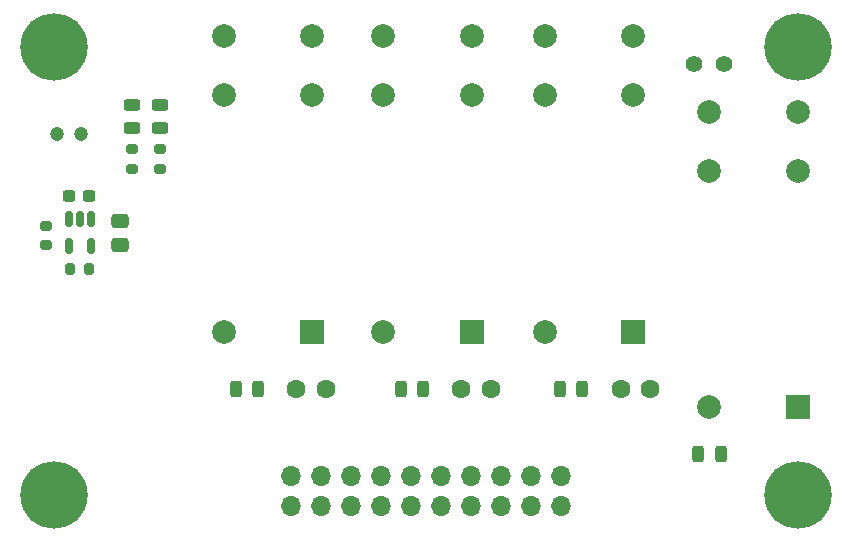
<source format=gbr>
%TF.GenerationSoftware,KiCad,Pcbnew,7.0.11-rc3*%
%TF.CreationDate,2025-03-16T23:30:22+08:00*%
%TF.ProjectId,SDC 2,53444320-322e-46b6-9963-61645f706362,rev?*%
%TF.SameCoordinates,Original*%
%TF.FileFunction,Soldermask,Top*%
%TF.FilePolarity,Negative*%
%FSLAX46Y46*%
G04 Gerber Fmt 4.6, Leading zero omitted, Abs format (unit mm)*
G04 Created by KiCad (PCBNEW 7.0.11-rc3) date 2025-03-16 23:30:22*
%MOMM*%
%LPD*%
G01*
G04 APERTURE LIST*
G04 Aperture macros list*
%AMRoundRect*
0 Rectangle with rounded corners*
0 $1 Rounding radius*
0 $2 $3 $4 $5 $6 $7 $8 $9 X,Y pos of 4 corners*
0 Add a 4 corners polygon primitive as box body*
4,1,4,$2,$3,$4,$5,$6,$7,$8,$9,$2,$3,0*
0 Add four circle primitives for the rounded corners*
1,1,$1+$1,$2,$3*
1,1,$1+$1,$4,$5*
1,1,$1+$1,$6,$7*
1,1,$1+$1,$8,$9*
0 Add four rect primitives between the rounded corners*
20,1,$1+$1,$2,$3,$4,$5,0*
20,1,$1+$1,$4,$5,$6,$7,0*
20,1,$1+$1,$6,$7,$8,$9,0*
20,1,$1+$1,$8,$9,$2,$3,0*%
G04 Aperture macros list end*
%ADD10C,5.700000*%
%ADD11RoundRect,0.243750X-0.243750X-0.456250X0.243750X-0.456250X0.243750X0.456250X-0.243750X0.456250X0*%
%ADD12RoundRect,0.150000X-0.150000X0.512500X-0.150000X-0.512500X0.150000X-0.512500X0.150000X0.512500X0*%
%ADD13RoundRect,0.237500X-0.300000X-0.237500X0.300000X-0.237500X0.300000X0.237500X-0.300000X0.237500X0*%
%ADD14C,1.400000*%
%ADD15C,2.000000*%
%ADD16R,2.000000X2.000000*%
%ADD17RoundRect,0.200000X0.275000X-0.200000X0.275000X0.200000X-0.275000X0.200000X-0.275000X-0.200000X0*%
%ADD18RoundRect,0.200000X0.200000X0.275000X-0.200000X0.275000X-0.200000X-0.275000X0.200000X-0.275000X0*%
%ADD19C,1.600000*%
%ADD20O,1.700000X1.700000*%
%ADD21RoundRect,0.250000X0.475000X-0.337500X0.475000X0.337500X-0.475000X0.337500X-0.475000X-0.337500X0*%
%ADD22C,1.200000*%
%ADD23RoundRect,0.243750X-0.456250X0.243750X-0.456250X-0.243750X0.456250X-0.243750X0.456250X0.243750X0*%
%ADD24RoundRect,0.200000X-0.275000X0.200000X-0.275000X-0.200000X0.275000X-0.200000X0.275000X0.200000X0*%
G04 APERTURE END LIST*
D10*
%TO.C,H3*%
X119500000Y-51500000D03*
%TD*%
D11*
%TO.C,D5*%
X111062500Y-86000000D03*
X112937500Y-86000000D03*
%TD*%
D12*
%TO.C,U10*%
X59650000Y-66087500D03*
X58700000Y-66087500D03*
X57750000Y-66087500D03*
X57750000Y-68362500D03*
X59650000Y-68362500D03*
%TD*%
D13*
%TO.C,C16*%
X57775000Y-64112500D03*
X59500000Y-64112500D03*
%TD*%
D14*
%TO.C,JP1*%
X110710000Y-53000000D03*
X113250000Y-53000000D03*
%TD*%
D10*
%TO.C,H4*%
X56500000Y-89500000D03*
%TD*%
D15*
%TO.C,K4*%
X91871320Y-55621320D03*
X91871320Y-50621320D03*
X84371320Y-55621320D03*
X84371320Y-50621320D03*
D16*
X91871320Y-75621320D03*
D15*
X84371320Y-75621320D03*
%TD*%
D17*
%TO.C,R18*%
X63100000Y-61837500D03*
X63100000Y-60187500D03*
%TD*%
D18*
%TO.C,R33*%
X59500000Y-70362500D03*
X57850000Y-70362500D03*
%TD*%
D19*
%TO.C,C11*%
X91000000Y-80500000D03*
X93500000Y-80500000D03*
%TD*%
D15*
%TO.C,K2*%
X105558820Y-55621320D03*
X105558820Y-50621320D03*
X98058820Y-55621320D03*
X98058820Y-50621320D03*
D16*
X105558820Y-75621320D03*
D15*
X98058820Y-75621320D03*
%TD*%
D11*
%TO.C,D10*%
X85875000Y-80500000D03*
X87750000Y-80500000D03*
%TD*%
D20*
%TO.C,J1*%
X99424999Y-87860000D03*
X99424999Y-90400000D03*
X96884999Y-87860000D03*
X96884999Y-90400000D03*
X94344999Y-87860000D03*
X94344999Y-90400000D03*
X91804999Y-87860000D03*
X91804999Y-90400000D03*
X89264999Y-87860000D03*
X89264999Y-90400000D03*
X86724999Y-87860000D03*
X86724999Y-90400000D03*
X84184999Y-87860000D03*
X84184999Y-90400000D03*
X81644999Y-87860000D03*
X81644999Y-90400000D03*
X79104999Y-87860000D03*
X79104999Y-90400000D03*
X76564999Y-87860000D03*
X76564999Y-90400000D03*
%TD*%
D10*
%TO.C,H1*%
X56500000Y-51500000D03*
%TD*%
D17*
%TO.C,R19*%
X65500000Y-61837500D03*
X65500000Y-60187500D03*
%TD*%
D21*
%TO.C,C17*%
X62100000Y-68337500D03*
X62100000Y-66262500D03*
%TD*%
D15*
%TO.C,K3*%
X119500000Y-62000000D03*
X119500000Y-57000000D03*
X112000000Y-62000000D03*
X112000000Y-57000000D03*
D16*
X119500000Y-82000000D03*
D15*
X112000000Y-82000000D03*
%TD*%
D19*
%TO.C,C12*%
X77000000Y-80500000D03*
X79500000Y-80500000D03*
%TD*%
D22*
%TO.C,C5*%
X56750000Y-58862500D03*
X58750000Y-58862500D03*
%TD*%
D23*
%TO.C,D9*%
X65500000Y-56475000D03*
X65500000Y-58350000D03*
%TD*%
%TO.C,D8*%
X63100000Y-56475000D03*
X63100000Y-58350000D03*
%TD*%
D19*
%TO.C,C13*%
X104500000Y-80500000D03*
X107000000Y-80500000D03*
%TD*%
D11*
%TO.C,D1*%
X71875000Y-80500000D03*
X73750000Y-80500000D03*
%TD*%
D24*
%TO.C,R34*%
X55800000Y-66675000D03*
X55800000Y-68325000D03*
%TD*%
D15*
%TO.C,K1*%
X78371320Y-55621320D03*
X78371320Y-50621320D03*
X70871320Y-55621320D03*
X70871320Y-50621320D03*
D16*
X78371320Y-75621320D03*
D15*
X70871320Y-75621320D03*
%TD*%
D10*
%TO.C,H2*%
X119500000Y-89500000D03*
%TD*%
D11*
%TO.C,D2*%
X99312500Y-80500000D03*
X101187500Y-80500000D03*
%TD*%
M02*

</source>
